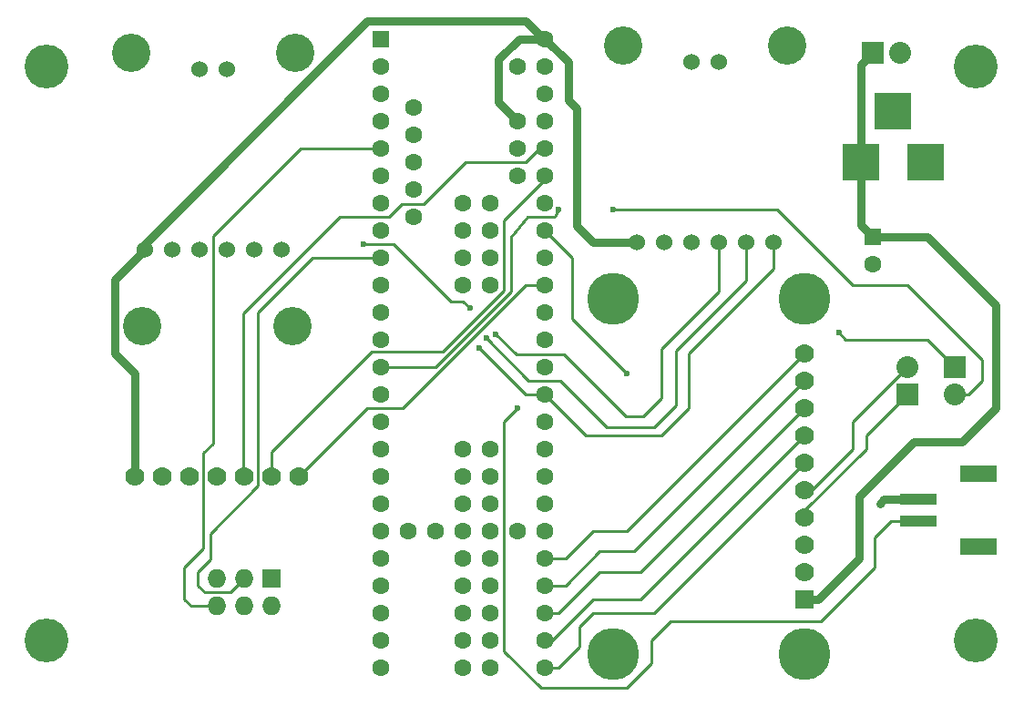
<source format=gbr>
G04 #@! TF.FileFunction,Copper,L1,Top,Signal*
%FSLAX46Y46*%
G04 Gerber Fmt 4.6, Leading zero omitted, Abs format (unit mm)*
G04 Created by KiCad (PCBNEW 4.0.6) date Wednesday, July 12, 2017 'PMt' 01:02:18 PM*
%MOMM*%
%LPD*%
G01*
G04 APERTURE LIST*
%ADD10C,0.100000*%
%ADD11C,4.826000*%
%ADD12C,1.778000*%
%ADD13R,1.778000X1.778000*%
%ADD14R,1.600000X1.600000*%
%ADD15C,1.600000*%
%ADD16R,1.727200X1.727200*%
%ADD17O,1.727200X1.727200*%
%ADD18R,2.032000X2.032000*%
%ADD19O,2.032000X2.032000*%
%ADD20R,3.500120X3.500120*%
%ADD21C,1.524000*%
%ADD22C,3.556000*%
%ADD23C,4.064000*%
%ADD24R,3.500000X1.000000*%
%ADD25R,3.400000X1.600000*%
%ADD26C,0.600000*%
%ADD27C,0.762000*%
%ADD28C,0.250000*%
G04 APERTURE END LIST*
D10*
D11*
X168275000Y-103505000D03*
X168275000Y-136525000D03*
X186055000Y-136525000D03*
D12*
X186055000Y-121285000D03*
X186055000Y-123825000D03*
X186055000Y-126365000D03*
X186055000Y-128905000D03*
D13*
X186055000Y-131445000D03*
D12*
X186055000Y-118745000D03*
X186055000Y-116205000D03*
X186055000Y-113665000D03*
X186055000Y-111125000D03*
X186055000Y-108585000D03*
D11*
X186055000Y-103505000D03*
D14*
X192405000Y-97790000D03*
D15*
X192405000Y-100290000D03*
D16*
X136525000Y-129540000D03*
D17*
X136525000Y-132080000D03*
X133985000Y-129540000D03*
X133985000Y-132080000D03*
X131445000Y-129540000D03*
X131445000Y-132080000D03*
D18*
X192405000Y-80645000D03*
D19*
X194945000Y-80645000D03*
D20*
X191284860Y-90805000D03*
X197284340Y-90805000D03*
X194284600Y-86106000D03*
D18*
X200025000Y-109855000D03*
D19*
X200025000Y-112395000D03*
D18*
X195580000Y-112395000D03*
D19*
X195580000Y-109855000D03*
D21*
X178054000Y-81534000D03*
X175514000Y-81534000D03*
X170434000Y-98298000D03*
X172974000Y-98298000D03*
X175514000Y-98298000D03*
X178054000Y-98298000D03*
X180594000Y-98298000D03*
X183134000Y-98298000D03*
D22*
X169164000Y-80010000D03*
X184404000Y-80010000D03*
D21*
X132334000Y-82169000D03*
X129794000Y-82169000D03*
X124714000Y-98933000D03*
X127254000Y-98933000D03*
X129794000Y-98933000D03*
X132334000Y-98933000D03*
X134874000Y-98933000D03*
X137414000Y-98933000D03*
D22*
X123444000Y-80645000D03*
X138684000Y-80645000D03*
D15*
X146685000Y-120015000D03*
X146685000Y-122555000D03*
X146685000Y-125095000D03*
X146685000Y-127635000D03*
X146685000Y-117475000D03*
X146685000Y-114935000D03*
X146685000Y-112395000D03*
X146685000Y-130175000D03*
X146685000Y-132715000D03*
X146685000Y-135255000D03*
X146685000Y-137795000D03*
X149225000Y-125095000D03*
X151765000Y-125095000D03*
X154305000Y-125095000D03*
X156845000Y-125095000D03*
X159385000Y-125095000D03*
X161925000Y-137795000D03*
X161925000Y-135255000D03*
X161925000Y-132715000D03*
X161925000Y-130175000D03*
X161925000Y-127635000D03*
X161925000Y-125095000D03*
X161925000Y-122555000D03*
X161925000Y-120015000D03*
X146685000Y-109855000D03*
X146685000Y-107315000D03*
X146685000Y-104775000D03*
X146685000Y-102235000D03*
X146685000Y-99695000D03*
X146685000Y-97155000D03*
X146685000Y-94615000D03*
X146685000Y-92075000D03*
X146685000Y-89535000D03*
X146685000Y-86995000D03*
X146685000Y-84455000D03*
X146685000Y-81915000D03*
D14*
X146685000Y-79375000D03*
D15*
X161925000Y-117475000D03*
X161925000Y-114935000D03*
X161925000Y-112395000D03*
X161925000Y-109855000D03*
X161925000Y-107315000D03*
X161925000Y-104775000D03*
X161925000Y-102235000D03*
X161925000Y-99695000D03*
X161925000Y-97155000D03*
X161925000Y-94615000D03*
X161925000Y-92075000D03*
X161925000Y-89535000D03*
X161925000Y-86995000D03*
X161925000Y-84455000D03*
X161925000Y-81915000D03*
X161925000Y-79375000D03*
X159385000Y-81915000D03*
X159385000Y-86995000D03*
X159385000Y-89535000D03*
X159385000Y-92075000D03*
X154305000Y-94615000D03*
X154305000Y-97155000D03*
X154305000Y-99695000D03*
X154305000Y-102235000D03*
X154305000Y-117475000D03*
X154305000Y-120015000D03*
X154305000Y-122555000D03*
X154305000Y-127635000D03*
X154305000Y-130175000D03*
X154305000Y-132715000D03*
X154305000Y-135255000D03*
X154305000Y-137795000D03*
X156845000Y-137795000D03*
X156845000Y-135255000D03*
X156845000Y-132715000D03*
X156845000Y-130175000D03*
X156845000Y-127635000D03*
X156845000Y-122555000D03*
X156845000Y-120015000D03*
X156845000Y-117475000D03*
X156845000Y-102235000D03*
X156845000Y-99695000D03*
X156845000Y-97155000D03*
X156845000Y-94615000D03*
X149685000Y-85725000D03*
X149685000Y-88265000D03*
X149685000Y-90805000D03*
X149685000Y-93345000D03*
X149685000Y-95885000D03*
D22*
X138430000Y-106045000D03*
X124460000Y-106045000D03*
D12*
X131445000Y-120015000D03*
X133985000Y-120015000D03*
X136525000Y-120015000D03*
X139065000Y-120015000D03*
X128905000Y-120015000D03*
X126365000Y-120015000D03*
X123825000Y-120015000D03*
D23*
X115570000Y-81915000D03*
X115570000Y-135255000D03*
X201930000Y-135255000D03*
X201930000Y-81915000D03*
D24*
X196615000Y-124190000D03*
X196615000Y-122190000D03*
D25*
X202165000Y-126590000D03*
X202165000Y-119790000D03*
D26*
X145034000Y-98425000D03*
X154940000Y-104394000D03*
X157353000Y-106807000D03*
X189230000Y-106680000D03*
X163195000Y-95250000D03*
X168275000Y-95250000D03*
X169545000Y-110490000D03*
X156464000Y-107188000D03*
X159385000Y-113665000D03*
X155829000Y-108077000D03*
X193040000Y-122555000D03*
D27*
X161925000Y-79375000D02*
X161798000Y-79375000D01*
X161798000Y-79375000D02*
X160147000Y-77724000D01*
X145415000Y-77724000D02*
X124714000Y-98425000D01*
X160147000Y-77724000D02*
X145415000Y-77724000D01*
X124714000Y-98425000D02*
X124714000Y-98933000D01*
X161925000Y-79375000D02*
X159512000Y-79375000D01*
X157607000Y-85217000D02*
X159385000Y-86995000D01*
X157607000Y-81280000D02*
X157607000Y-81534000D01*
X157607000Y-81534000D02*
X157607000Y-85217000D01*
X159512000Y-79375000D02*
X157607000Y-81280000D01*
X170434000Y-98298000D02*
X166370000Y-98298000D01*
X164084000Y-81534000D02*
X161925000Y-79375000D01*
X164084000Y-85090000D02*
X164084000Y-81534000D01*
X164846000Y-85852000D02*
X164084000Y-85090000D01*
X164846000Y-96774000D02*
X164846000Y-85852000D01*
X166370000Y-98298000D02*
X164846000Y-96774000D01*
X186055000Y-131445000D02*
X187325000Y-131445000D01*
X197485000Y-97790000D02*
X192405000Y-97790000D01*
X203835000Y-104140000D02*
X197485000Y-97790000D01*
X203835000Y-113665000D02*
X203835000Y-104140000D01*
X200660000Y-116840000D02*
X203835000Y-113665000D01*
X196215000Y-116840000D02*
X200660000Y-116840000D01*
X191135000Y-121920000D02*
X196215000Y-116840000D01*
X191135000Y-127635000D02*
X191135000Y-121920000D01*
X187325000Y-131445000D02*
X191135000Y-127635000D01*
X123825000Y-120015000D02*
X123825000Y-110490000D01*
X123825000Y-110490000D02*
X121920000Y-108585000D01*
X121920000Y-108585000D02*
X121920000Y-101727000D01*
X121920000Y-101727000D02*
X124714000Y-98933000D01*
X191284860Y-90805000D02*
X191284860Y-96669860D01*
X191284860Y-96669860D02*
X192405000Y-97790000D01*
X191284860Y-90805000D02*
X191284860Y-81765140D01*
X191284860Y-81765140D02*
X192405000Y-80645000D01*
D28*
X146685000Y-99695000D02*
X140335000Y-99695000D01*
X132715000Y-130810000D02*
X133985000Y-129540000D01*
X130302000Y-130810000D02*
X132715000Y-130810000D01*
X129667000Y-130175000D02*
X130302000Y-130810000D01*
X129667000Y-128905000D02*
X129667000Y-130175000D01*
X130810000Y-127762000D02*
X129667000Y-128905000D01*
X130810000Y-125349000D02*
X130810000Y-127762000D01*
X135255000Y-120904000D02*
X130810000Y-125349000D01*
X135255000Y-104775000D02*
X135255000Y-120904000D01*
X140335000Y-99695000D02*
X135255000Y-104775000D01*
X146685000Y-89535000D02*
X139192000Y-89535000D01*
X129032000Y-132080000D02*
X131445000Y-132080000D01*
X128397000Y-131445000D02*
X129032000Y-132080000D01*
X128397000Y-128524000D02*
X128397000Y-131445000D01*
X130175000Y-126746000D02*
X128397000Y-128524000D01*
X130175000Y-117856000D02*
X130175000Y-126746000D01*
X131064000Y-116967000D02*
X130175000Y-117856000D01*
X131064000Y-97663000D02*
X131064000Y-116967000D01*
X139192000Y-89535000D02*
X131064000Y-97663000D01*
X178054000Y-98298000D02*
X178054000Y-102870000D01*
X147828000Y-98425000D02*
X145034000Y-98425000D01*
X153162000Y-103759000D02*
X147828000Y-98425000D01*
X154305000Y-103759000D02*
X153162000Y-103759000D01*
X154940000Y-104394000D02*
X154305000Y-103759000D01*
X159258000Y-108712000D02*
X157353000Y-106807000D01*
X163703000Y-108712000D02*
X159258000Y-108712000D01*
X169418000Y-114427000D02*
X163703000Y-108712000D01*
X171069000Y-114427000D02*
X169418000Y-114427000D01*
X172720000Y-112776000D02*
X171069000Y-114427000D01*
X172720000Y-108204000D02*
X172720000Y-112776000D01*
X178054000Y-102870000D02*
X172720000Y-108204000D01*
X189230000Y-106680000D02*
X189865000Y-107315000D01*
X189865000Y-107315000D02*
X197485000Y-107315000D01*
X197485000Y-107315000D02*
X200025000Y-109855000D01*
X200025000Y-112395000D02*
X201295000Y-112395000D01*
X151765000Y-109855000D02*
X146685000Y-109855000D01*
X158750000Y-102870000D02*
X151765000Y-109855000D01*
X158750000Y-97790000D02*
X158750000Y-102870000D01*
X160274000Y-95885000D02*
X158750000Y-97790000D01*
X162814000Y-95885000D02*
X160274000Y-95885000D01*
X163195000Y-95250000D02*
X162814000Y-95885000D01*
X183515000Y-95250000D02*
X168275000Y-95250000D01*
X190500000Y-102235000D02*
X183515000Y-95250000D01*
X195580000Y-102235000D02*
X190500000Y-102235000D01*
X202565000Y-109220000D02*
X195580000Y-102235000D01*
X202565000Y-111125000D02*
X202565000Y-109220000D01*
X201295000Y-112395000D02*
X202565000Y-111125000D01*
X164465000Y-99695000D02*
X161925000Y-97155000D01*
X164465000Y-105410000D02*
X164465000Y-99695000D01*
X169545000Y-110490000D02*
X164465000Y-105410000D01*
X186055000Y-123825000D02*
X186055000Y-123190000D01*
X186055000Y-123190000D02*
X191770000Y-117475000D01*
X191770000Y-117475000D02*
X191770000Y-116205000D01*
X191770000Y-116205000D02*
X195580000Y-112395000D01*
X186055000Y-121285000D02*
X186690000Y-121285000D01*
X186690000Y-121285000D02*
X190500000Y-117475000D01*
X190500000Y-117475000D02*
X190500000Y-114935000D01*
X190500000Y-114935000D02*
X195580000Y-109855000D01*
X180594000Y-98298000D02*
X180594000Y-101854000D01*
X160401000Y-111125000D02*
X156464000Y-107188000D01*
X163322000Y-111125000D02*
X160401000Y-111125000D01*
X167640000Y-115443000D02*
X163322000Y-111125000D01*
X172085000Y-115443000D02*
X167640000Y-115443000D01*
X174117000Y-113411000D02*
X172085000Y-115443000D01*
X174117000Y-108331000D02*
X174117000Y-113411000D01*
X180594000Y-101854000D02*
X174117000Y-108331000D01*
X161925000Y-137795000D02*
X163195000Y-137795000D01*
X172085000Y-132715000D02*
X186055000Y-118745000D01*
X166370000Y-132715000D02*
X172085000Y-132715000D01*
X165100000Y-133985000D02*
X166370000Y-132715000D01*
X165100000Y-135890000D02*
X165100000Y-133985000D01*
X163195000Y-137795000D02*
X165100000Y-135890000D01*
X161925000Y-135255000D02*
X162560000Y-135255000D01*
X162560000Y-135255000D02*
X166370000Y-131445000D01*
X166370000Y-131445000D02*
X170815000Y-131445000D01*
X170815000Y-131445000D02*
X186055000Y-116205000D01*
X161925000Y-132715000D02*
X163195000Y-132715000D01*
X170815000Y-128905000D02*
X186055000Y-113665000D01*
X167005000Y-128905000D02*
X170815000Y-128905000D01*
X163195000Y-132715000D02*
X167005000Y-128905000D01*
X161925000Y-130175000D02*
X163830000Y-130175000D01*
X170180000Y-127000000D02*
X186055000Y-111125000D01*
X167005000Y-127000000D02*
X170180000Y-127000000D01*
X163830000Y-130175000D02*
X167005000Y-127000000D01*
X161925000Y-127635000D02*
X163830000Y-127635000D01*
X169545000Y-125095000D02*
X186055000Y-108585000D01*
X166370000Y-125095000D02*
X169545000Y-125095000D01*
X163830000Y-127635000D02*
X166370000Y-125095000D01*
X196615000Y-124190000D02*
X194072000Y-124190000D01*
X158115000Y-114935000D02*
X159385000Y-113665000D01*
X158115000Y-136271000D02*
X158115000Y-114935000D01*
X161544000Y-139700000D02*
X158115000Y-136271000D01*
X169545000Y-139700000D02*
X161544000Y-139700000D01*
X171831000Y-137414000D02*
X169545000Y-139700000D01*
X171831000Y-135255000D02*
X171831000Y-137414000D01*
X173609000Y-133477000D02*
X171831000Y-135255000D01*
X187579000Y-133477000D02*
X173609000Y-133477000D01*
X192532000Y-128524000D02*
X187579000Y-133477000D01*
X192532000Y-125730000D02*
X192532000Y-128524000D01*
X194072000Y-124190000D02*
X192532000Y-125730000D01*
X161925000Y-112395000D02*
X160147000Y-112395000D01*
X160147000Y-112395000D02*
X155829000Y-108077000D01*
X183134000Y-98298000D02*
X183134000Y-100711000D01*
X165735000Y-116205000D02*
X161925000Y-112395000D01*
X172720000Y-116205000D02*
X165735000Y-116205000D01*
X175260000Y-113665000D02*
X172720000Y-116205000D01*
X175260000Y-108585000D02*
X175260000Y-113665000D01*
X183134000Y-100711000D02*
X175260000Y-108585000D01*
X161925000Y-102235000D02*
X160147000Y-102235000D01*
X145415000Y-113665000D02*
X139065000Y-120015000D01*
X148717000Y-113665000D02*
X145415000Y-113665000D01*
X160147000Y-102235000D02*
X148717000Y-113665000D01*
X161925000Y-92075000D02*
X161925000Y-92456000D01*
X161925000Y-92456000D02*
X158115000Y-96266000D01*
X158115000Y-96266000D02*
X158115000Y-102743000D01*
X158115000Y-102743000D02*
X152400000Y-108458000D01*
X152400000Y-108458000D02*
X145796000Y-108458000D01*
X145796000Y-108458000D02*
X136525000Y-117729000D01*
X136525000Y-117729000D02*
X136525000Y-120015000D01*
X161925000Y-89535000D02*
X161417000Y-89535000D01*
X161417000Y-89535000D02*
X160147000Y-90805000D01*
X160147000Y-90805000D02*
X154559000Y-90805000D01*
X154559000Y-90805000D02*
X150622000Y-94742000D01*
X150622000Y-94742000D02*
X148590000Y-94742000D01*
X148590000Y-94742000D02*
X147447000Y-95885000D01*
X147447000Y-95885000D02*
X142875000Y-95885000D01*
X142875000Y-95885000D02*
X133858000Y-104902000D01*
X133858000Y-104902000D02*
X133858000Y-119888000D01*
X133858000Y-119888000D02*
X133985000Y-120015000D01*
D27*
X196615000Y-122190000D02*
X193405000Y-122190000D01*
X193405000Y-122190000D02*
X193040000Y-122555000D01*
M02*

</source>
